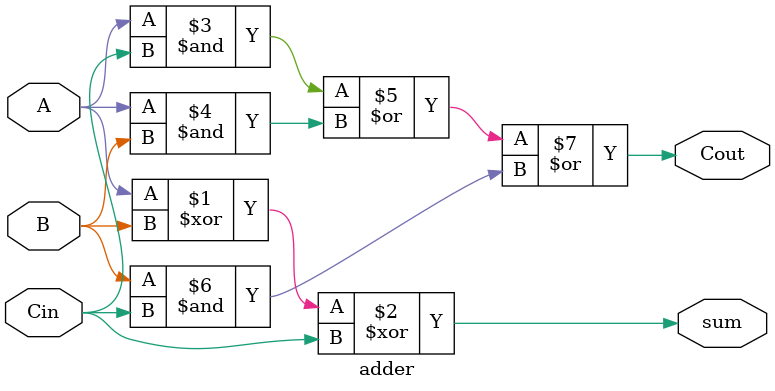
<source format=v>
`timescale 1ns / 1ps



module adder(A, B, Cin, sum, Cout);

input A;
input B;
input Cin;
output sum;
output Cout;


assign sum = A ^ B ^ Cin;
assign Cout = (A&Cin) | (A&B) | (B&Cin);



endmodule



</source>
